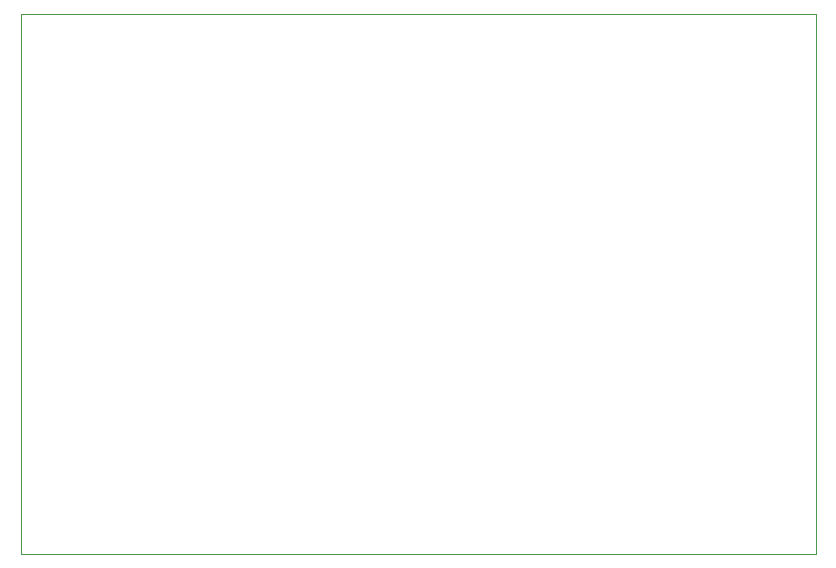
<source format=gbr>
%TF.GenerationSoftware,KiCad,Pcbnew,6.0.8-f2edbf62ab~116~ubuntu20.04.1*%
%TF.CreationDate,2022-11-10T01:37:22-08:00*%
%TF.ProjectId,parthiv_pcb,70617274-6869-4765-9f70-63622e6b6963,rev?*%
%TF.SameCoordinates,Original*%
%TF.FileFunction,Profile,NP*%
%FSLAX46Y46*%
G04 Gerber Fmt 4.6, Leading zero omitted, Abs format (unit mm)*
G04 Created by KiCad (PCBNEW 6.0.8-f2edbf62ab~116~ubuntu20.04.1) date 2022-11-10 01:37:22*
%MOMM*%
%LPD*%
G01*
G04 APERTURE LIST*
%TA.AperFunction,Profile*%
%ADD10C,0.100000*%
%TD*%
G04 APERTURE END LIST*
D10*
X90170000Y-60960000D02*
X157480000Y-60960000D01*
X157480000Y-60960000D02*
X157480000Y-106680000D01*
X157480000Y-106680000D02*
X90170000Y-106680000D01*
X90170000Y-106680000D02*
X90170000Y-60960000D01*
M02*

</source>
